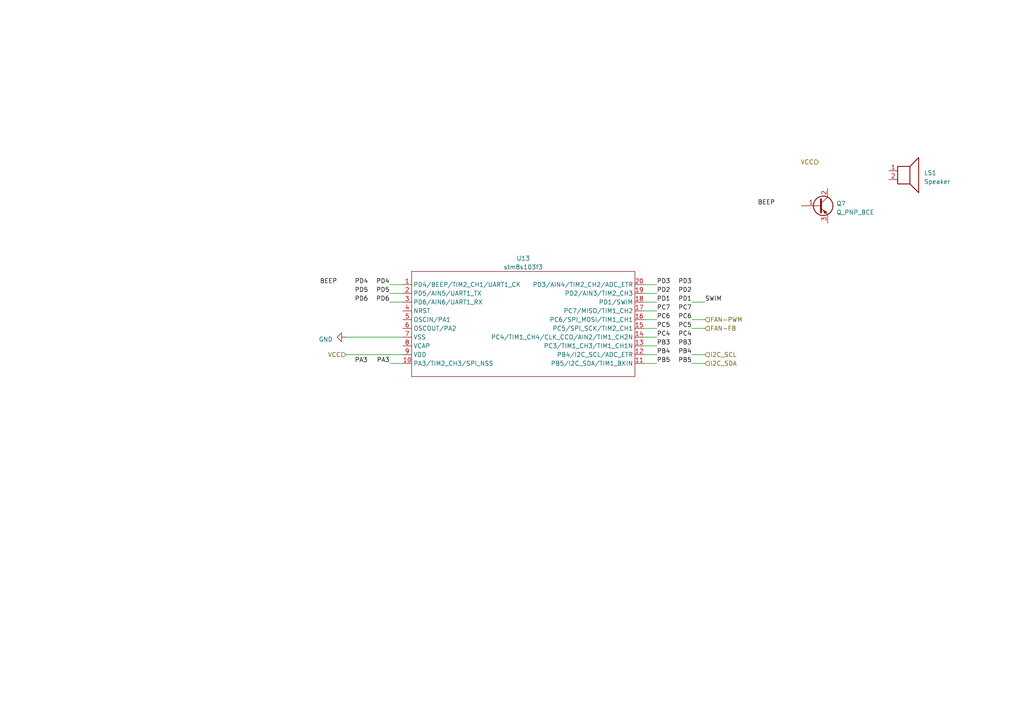
<source format=kicad_sch>
(kicad_sch (version 20210406) (generator eeschema)
  (paper "A4")
  (lib_symbols
    (symbol "Device:Q_PNP_BCE" (pin_names (offset 0) hide)
      (property "Reference" "Q" (at 5.08 1.27 0))
      (property "Value" "Q_PNP_BCE" (at 5.08 -1.27 0))
      (symbol "Q_PNP_BCE_0_1"
        (circle (center 1.27 0) (radius 2.8194) (stroke (width 0.254)))
        (polyline (pts (xy 0.635 0.635) (xy 2.54 2.54)))
        (polyline (pts (xy 0.635 -0.635) (xy 2.54 -2.54) (xy 2.54 -2.54)))
        (polyline (pts (xy 0.635 1.905) (xy 0.635 -1.905) (xy 0.635 -1.905)) (stroke (width 0.508)))
        (polyline (pts (xy 2.286 -1.778) (xy 1.778 -2.286) (xy 1.27 -1.27) (xy 2.286 -1.778) (xy 2.286 -1.778)) (fill (type outline)))
      )
      (symbol "Q_PNP_BCE_1_1"
        (pin input line (at -5.08 0 0) (length 5.715) (name "B") (number "1"))
        (pin passive line (at 2.54 5.08 270) (length 2.54) (name "C") (number "2"))
        (pin passive line (at 2.54 -5.08 90) (length 2.54) (name "E") (number "3"))
      )
    )
    (symbol "Device:Speaker" (pin_names (offset 0) hide)
      (property "Reference" "LS" (at 1.27 5.715 0))
      (property "Value" "Speaker" (at 1.27 3.81 0))
      (symbol "Speaker_0_0"
        (rectangle (start -2.54 1.27) (end 1.016 -3.81) (stroke (width 0.254)))
        (polyline (pts (xy 1.016 1.27) (xy 3.556 3.81) (xy 3.556 -6.35) (xy 1.016 -3.81)) (stroke (width 0.254)))
      )
      (symbol "Speaker_1_1"
        (pin input line (at -5.08 0 0) (length 2.54) (name "1") (number "1"))
        (pin input line (at -5.08 -2.54 0) (length 2.54) (name "2") (number "2"))
      )
    )
    (symbol "power:GND" (power) (pin_names (offset 0))
      (property "Value" "GND" (at 0 -3.81 0))
      (symbol "GND_0_1"
        (polyline (pts (xy 0 0) (xy 0 -1.27) (xy 1.27 -1.27) (xy 0 -2.54) (xy -1.27 -1.27) (xy 0 -1.27)))
      )
      (symbol "GND_1_1"
        (pin power_in line (at 0 0 270) (length 0) hide (name "GND") (number "1"))
      )
    )
    (symbol "stm8s103f3:stm8s103f3"
      (property "Reference" "U" (at 30.48 -16.51 0))
      (property "Value" "stm8s103f3" (at -29.21 16.51 0))
      (symbol "stm8s103f3_0_1"
        (rectangle (start -33.02 15.24) (end 31.75 -15.24) (stroke (width 0.1524)))
      )
      (symbol "stm8s103f3_1_1"
        (pin input line (at -35.56 11.43 0) (length 2.54) (name "PD4/BEEP/TIM2_CH1/UART1_CK") (number "1"))
        (pin input line (at -35.56 -11.43 0) (length 2.54) (name "PA3/TIM2_CH3/SPI_NSS") (number "10"))
        (pin input line (at 34.29 -11.43 180) (length 2.54) (name "PB5/I2C_SDA/TIM1_BKIN") (number "11"))
        (pin input line (at 34.29 -8.89 180) (length 2.54) (name "PB4/I2C_SCL/ADC_ETR") (number "12"))
        (pin input line (at 34.29 -6.35 180) (length 2.54) (name "PC3/TIM1_CH3/TIM1_CH1N") (number "13"))
        (pin input line (at 34.29 -3.81 180) (length 2.54) (name "PC4/TIM1_CH4/CLK_CCO/AIN2/TIM1_CH2N") (number "14"))
        (pin input line (at 34.29 -1.27 180) (length 2.54) (name "PC5/SPI_SCK/TIM2_CH1") (number "15"))
        (pin input line (at 34.29 1.27 180) (length 2.54) (name "PC6/SPI_MOSI/TIM1_CH1") (number "16"))
        (pin input line (at 34.29 3.81 180) (length 2.54) (name "PC7/MISO/TIM1_CH2") (number "17"))
        (pin input line (at 34.29 6.35 180) (length 2.54) (name "PD1/SWIM") (number "18"))
        (pin input line (at 34.29 8.89 180) (length 2.54) (name "PD2/AIN3/TIM2_CH3") (number "19"))
        (pin input line (at -35.56 8.89 0) (length 2.54) (name "PD5/AIN5/UART1_TX") (number "2"))
        (pin input line (at 34.29 11.43 180) (length 2.54) (name "PD3/AIN4/TIM2_CH2/ADC_ETR") (number "20"))
        (pin input line (at -35.56 6.35 0) (length 2.54) (name "PD6/AIN6/UART1_RX") (number "3"))
        (pin input line (at -35.56 3.81 0) (length 2.54) (name "NRST") (number "4"))
        (pin input line (at -35.56 1.27 0) (length 2.54) (name "OSCIN/PA1") (number "5"))
        (pin input line (at -35.56 -1.27 0) (length 2.54) (name "OSCOUT/PA2") (number "6"))
        (pin input line (at -35.56 -3.81 0) (length 2.54) (name "VSS") (number "7"))
        (pin input line (at -35.56 -6.35 0) (length 2.54) (name "VCAP") (number "8"))
        (pin input line (at -35.56 -8.89 0) (length 2.54) (name "VDD") (number "9"))
      )
    )
  )
  (wire (pts (xy 100.33 97.79) (xy 116.84 97.79)))
  (wire (pts (xy 100.33 102.87) (xy 116.84 102.87)))
  (wire (pts (xy 113.03 82.55) (xy 116.84 82.55)))
  (wire (pts (xy 113.03 85.09) (xy 116.84 85.09)))
  (wire (pts (xy 113.03 87.63) (xy 116.84 87.63)))
  (wire (pts (xy 113.03 105.41) (xy 116.84 105.41)))
  (wire (pts (xy 190.5 82.55) (xy 186.69 82.55)))
  (wire (pts (xy 190.5 85.09) (xy 186.69 85.09)))
  (wire (pts (xy 190.5 87.63) (xy 186.69 87.63)))
  (wire (pts (xy 190.5 90.17) (xy 186.69 90.17)))
  (wire (pts (xy 190.5 92.71) (xy 186.69 92.71)))
  (wire (pts (xy 190.5 95.25) (xy 186.69 95.25)))
  (wire (pts (xy 190.5 97.79) (xy 186.69 97.79)))
  (wire (pts (xy 190.5 100.33) (xy 186.69 100.33)))
  (wire (pts (xy 190.5 102.87) (xy 186.69 102.87)))
  (wire (pts (xy 190.5 105.41) (xy 186.69 105.41)))
  (wire (pts (xy 200.66 87.63) (xy 204.47 87.63)))
  (wire (pts (xy 200.66 92.71) (xy 204.47 92.71)))
  (wire (pts (xy 200.66 95.25) (xy 204.47 95.25)))
  (wire (pts (xy 200.66 102.87) (xy 204.47 102.87)))
  (wire (pts (xy 200.66 105.41) (xy 204.47 105.41)))
  (label "BEEP" (at 97.79 82.55 180))
  (label "PD4" (at 102.87 82.55 0))
  (label "PD5" (at 102.87 85.09 0))
  (label "PD6" (at 102.87 87.63 0))
  (label "PA3" (at 102.87 105.41 0))
  (label "PD4" (at 113.03 82.55 180))
  (label "PD5" (at 113.03 85.09 180))
  (label "PD6" (at 113.03 87.63 180))
  (label "PA3" (at 113.03 105.41 180))
  (label "PD3" (at 190.5 82.55 0))
  (label "PD2" (at 190.5 85.09 0))
  (label "PD1" (at 190.5 87.63 0))
  (label "PC7" (at 190.5 90.17 0))
  (label "PC6" (at 190.5 92.71 0))
  (label "PC5" (at 190.5 95.25 0))
  (label "PC4" (at 190.5 97.79 0))
  (label "PB3" (at 190.5 100.33 0))
  (label "PB4" (at 190.5 102.87 0))
  (label "PB5" (at 190.5 105.41 0))
  (label "PD3" (at 200.66 82.55 180))
  (label "PD2" (at 200.66 85.09 180))
  (label "PD1" (at 200.66 87.63 180))
  (label "PC7" (at 200.66 90.17 180))
  (label "PC6" (at 200.66 92.71 180))
  (label "PC5" (at 200.66 95.25 180))
  (label "PC4" (at 200.66 97.79 180))
  (label "PB3" (at 200.66 100.33 180))
  (label "PB4" (at 200.66 102.87 180))
  (label "PB5" (at 200.66 105.41 180))
  (label "SWIM" (at 204.47 87.63 0))
  (label "BEEP" (at 224.79 59.69 180))
  (hierarchical_label "VCC" (shape input) (at 100.33 102.87 180))
  (hierarchical_label "FAN-PWM" (shape input) (at 204.47 92.71 0))
  (hierarchical_label "FAN-FB" (shape input) (at 204.47 95.25 0))
  (hierarchical_label "I2C_SCL" (shape input) (at 204.47 102.87 0))
  (hierarchical_label "I2C_SDA" (shape input) (at 204.47 105.41 0))
  (hierarchical_label "VCC" (shape input) (at 237.49 46.99 180))
  (symbol (lib_id "power:GND") (at 100.33 97.79 270) (unit 1)
    (property "Reference" "#PWR0140" (effects hide))
    (property "Value" "GND" (at 96.52 98.4249 90) (effects (justify right)))
  )
  (symbol (lib_id "Device:Speaker") (at 262.89 49.53 0) (unit 1)
    (property "Reference" "LS1" (at 267.97 50.1649 0) (effects (justify left)))
    (property "Value" "Speaker" (at 267.97 52.7049 0) (effects (justify left)))
  )
  (symbol (lib_id "Device:Q_PNP_BCE") (at 237.49 59.69 0) (unit 1)
    (property "Reference" "Q7" (at 242.57 59.0549 0) (effects (justify left)))
    (property "Value" "Q_PNP_BCE" (at 242.57 61.5949 0) (effects (justify left)))
  )
  (symbol (lib_id "stm8s103f3:stm8s103f3") (at 152.4 93.98 0) (unit 1)
    (property "Reference" "U13" (at 151.765 74.93 0))
    (property "Value" "stm8s103f3" (at 151.765 77.47 0))
    (property "Footprint" "Package_SO:TSSOP-20_4.4x6.5mm_P0.65mm" (effects hide))
  )
)
</source>
